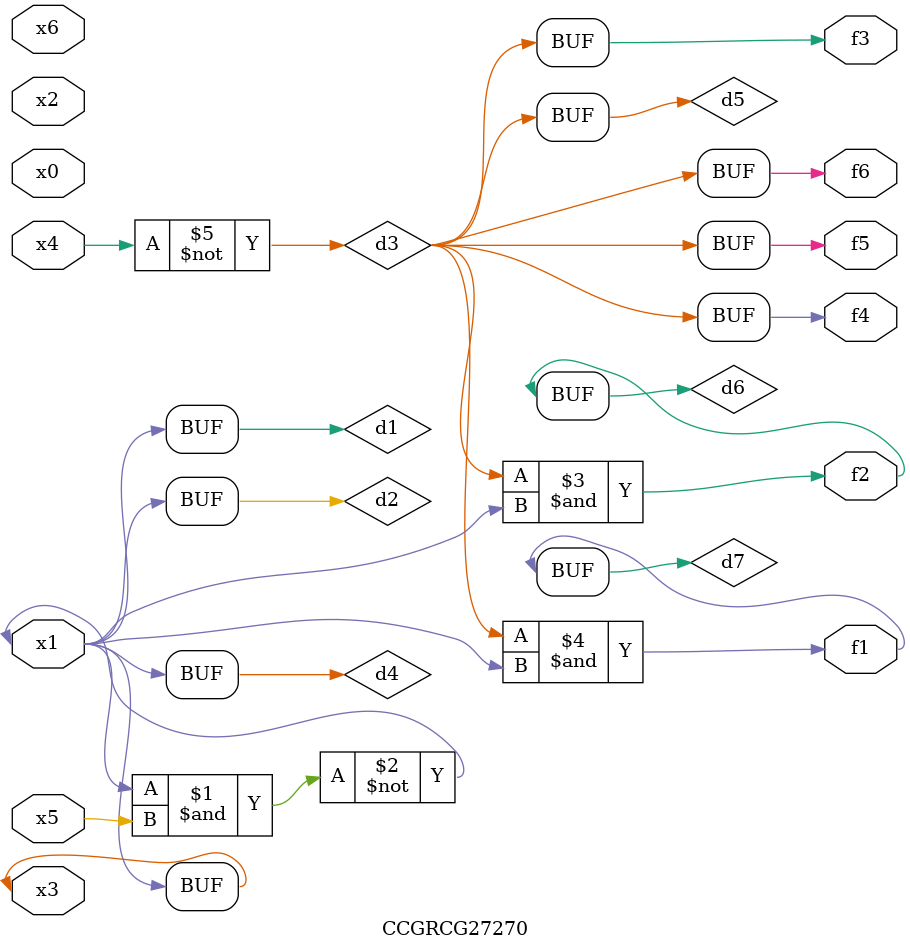
<source format=v>
module CCGRCG27270(
	input x0, x1, x2, x3, x4, x5, x6,
	output f1, f2, f3, f4, f5, f6
);

	wire d1, d2, d3, d4, d5, d6, d7;

	buf (d1, x1, x3);
	nand (d2, x1, x5);
	not (d3, x4);
	buf (d4, d1, d2);
	buf (d5, d3);
	and (d6, d3, d4);
	and (d7, d3, d4);
	assign f1 = d7;
	assign f2 = d6;
	assign f3 = d5;
	assign f4 = d5;
	assign f5 = d5;
	assign f6 = d5;
endmodule

</source>
